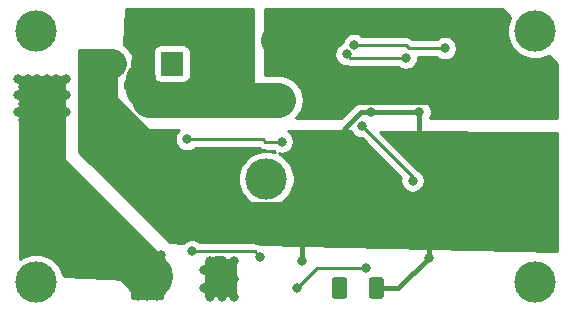
<source format=gbr>
%TF.GenerationSoftware,KiCad,Pcbnew,(5.1.9-0-10_14)*%
%TF.CreationDate,2021-02-28T00:37:48+08:00*%
%TF.ProjectId,xhp70-driver,78687037-302d-4647-9269-7665722e6b69,rev?*%
%TF.SameCoordinates,Original*%
%TF.FileFunction,Copper,L2,Bot*%
%TF.FilePolarity,Positive*%
%FSLAX46Y46*%
G04 Gerber Fmt 4.6, Leading zero omitted, Abs format (unit mm)*
G04 Created by KiCad (PCBNEW (5.1.9-0-10_14)) date 2021-02-28 00:37:48*
%MOMM*%
%LPD*%
G01*
G04 APERTURE LIST*
%TA.AperFunction,ComponentPad*%
%ADD10C,3.500000*%
%TD*%
%TA.AperFunction,ComponentPad*%
%ADD11O,1.905000X2.000000*%
%TD*%
%TA.AperFunction,ComponentPad*%
%ADD12R,1.905000X2.000000*%
%TD*%
%TA.AperFunction,ComponentPad*%
%ADD13O,2.000000X2.000000*%
%TD*%
%TA.AperFunction,ComponentPad*%
%ADD14R,2.000000X2.000000*%
%TD*%
%TA.AperFunction,ViaPad*%
%ADD15C,0.800000*%
%TD*%
%TA.AperFunction,Conductor*%
%ADD16C,3.000000*%
%TD*%
%TA.AperFunction,Conductor*%
%ADD17C,0.400000*%
%TD*%
%TA.AperFunction,Conductor*%
%ADD18C,2.500000*%
%TD*%
%TA.AperFunction,Conductor*%
%ADD19C,4.000000*%
%TD*%
%TA.AperFunction,Conductor*%
%ADD20C,0.250000*%
%TD*%
%TA.AperFunction,Conductor*%
%ADD21C,0.254000*%
%TD*%
%TA.AperFunction,Conductor*%
%ADD22C,0.100000*%
%TD*%
G04 APERTURE END LIST*
D10*
%TO.P,H3,1*%
%TO.N,N/C*%
X156750000Y-74500000D03*
%TD*%
D11*
%TO.P,Q1,3*%
%TO.N,GND*%
X120920000Y-56000000D03*
%TO.P,Q1,2*%
%TO.N,Net-(D1-Pad2)*%
X123460000Y-56000000D03*
D12*
%TO.P,Q1,1*%
%TO.N,Net-(Q1-Pad1)*%
X126000000Y-56000000D03*
%TD*%
D13*
%TO.P,D1,2*%
%TO.N,Net-(D1-Pad2)*%
X135000000Y-59080000D03*
D14*
%TO.P,D1,1*%
%TO.N,Batt+*%
X135000000Y-54000000D03*
%TD*%
%TO.P,R2,2*%
%TO.N,Net-(C3-Pad2)*%
%TA.AperFunction,SMDPad,CuDef*%
G36*
G01*
X124687500Y-72574999D02*
X124687500Y-75425001D01*
G75*
G02*
X124437501Y-75675000I-249999J0D01*
G01*
X123712499Y-75675000D01*
G75*
G02*
X123462500Y-75425001I0J249999D01*
G01*
X123462500Y-72574999D01*
G75*
G02*
X123712499Y-72325000I249999J0D01*
G01*
X124437501Y-72325000D01*
G75*
G02*
X124687500Y-72574999I0J-249999D01*
G01*
G37*
%TD.AperFunction*%
%TO.P,R2,1*%
%TO.N,Batt+*%
%TA.AperFunction,SMDPad,CuDef*%
G36*
G01*
X130612500Y-72574999D02*
X130612500Y-75425001D01*
G75*
G02*
X130362501Y-75675000I-249999J0D01*
G01*
X129637499Y-75675000D01*
G75*
G02*
X129387500Y-75425001I0J249999D01*
G01*
X129387500Y-72574999D01*
G75*
G02*
X129637499Y-72325000I249999J0D01*
G01*
X130362501Y-72325000D01*
G75*
G02*
X130612500Y-72574999I0J-249999D01*
G01*
G37*
%TD.AperFunction*%
%TD*%
%TO.P,C1,2*%
%TO.N,GND*%
%TA.AperFunction,SMDPad,CuDef*%
G36*
G01*
X142650000Y-75650002D02*
X142650000Y-74349998D01*
G75*
G02*
X142899998Y-74100000I249998J0D01*
G01*
X143725002Y-74100000D01*
G75*
G02*
X143975000Y-74349998I0J-249998D01*
G01*
X143975000Y-75650002D01*
G75*
G02*
X143725002Y-75900000I-249998J0D01*
G01*
X142899998Y-75900000D01*
G75*
G02*
X142650000Y-75650002I0J249998D01*
G01*
G37*
%TD.AperFunction*%
%TO.P,C1,1*%
%TO.N,Batt+*%
%TA.AperFunction,SMDPad,CuDef*%
G36*
G01*
X139525000Y-75650002D02*
X139525000Y-74349998D01*
G75*
G02*
X139774998Y-74100000I249998J0D01*
G01*
X140600002Y-74100000D01*
G75*
G02*
X140850000Y-74349998I0J-249998D01*
G01*
X140850000Y-75650002D01*
G75*
G02*
X140600002Y-75900000I-249998J0D01*
G01*
X139774998Y-75900000D01*
G75*
G02*
X139525000Y-75650002I0J249998D01*
G01*
G37*
%TD.AperFunction*%
%TD*%
D10*
%TO.P,H1,1*%
%TO.N,N/C*%
X114500000Y-53250000D03*
%TD*%
%TO.P,H5,1*%
%TO.N,N/C*%
X134000000Y-65750000D03*
%TD*%
%TO.P,H4,1*%
%TO.N,N/C*%
X156750000Y-53250000D03*
%TD*%
%TO.P,H2,1*%
%TO.N,N/C*%
X114500000Y-74500000D03*
%TD*%
D15*
%TO.N,GND*%
X137000000Y-72700000D03*
X158000000Y-63500000D03*
X157000000Y-63500000D03*
X156000000Y-63500000D03*
X155000000Y-63500000D03*
X155000000Y-64500000D03*
X156000000Y-64500000D03*
X157000000Y-64500000D03*
X158000000Y-64500000D03*
X156000000Y-66500000D03*
X157000000Y-66500000D03*
X158000000Y-66500000D03*
X155000000Y-66500000D03*
X155000000Y-65500000D03*
X156000000Y-65500000D03*
X158000000Y-65500000D03*
X157000000Y-65500000D03*
X147750000Y-72425000D03*
X140900000Y-68000000D03*
X141700000Y-68000000D03*
X142500000Y-68000000D03*
X143300000Y-68000000D03*
X140900000Y-68800000D03*
X141700000Y-68800000D03*
X142500000Y-68800000D03*
X143300000Y-68800000D03*
X143300000Y-69600000D03*
X142500000Y-69600000D03*
X141700000Y-69600000D03*
X140900000Y-69600000D03*
X140900000Y-70400000D03*
X141700000Y-70400000D03*
X142500000Y-70400000D03*
X143300000Y-70400000D03*
X139350000Y-63500000D03*
X142838803Y-60100000D03*
X146950000Y-60100000D03*
X146375000Y-63500000D03*
X151000000Y-70500000D03*
X143312500Y-75000000D03*
%TO.N,Net-(C3-Pad2)*%
X122700000Y-72200000D03*
X123500000Y-72200000D03*
X124300000Y-72200000D03*
X125100000Y-72200000D03*
X124700000Y-72900000D03*
X123900000Y-72900000D03*
X123100000Y-72900000D03*
X125100000Y-73600000D03*
X122700000Y-73600000D03*
X124300000Y-73600000D03*
X123500000Y-73600000D03*
X123900000Y-74300000D03*
X123100000Y-74300000D03*
X124700000Y-74300000D03*
X125100000Y-75000000D03*
X123900000Y-75700000D03*
X123100000Y-75700000D03*
X124700000Y-75700000D03*
X123500000Y-75000000D03*
X124300000Y-75000000D03*
X122700000Y-75000000D03*
X113000000Y-57300000D03*
X142400000Y-73300000D03*
X136562500Y-75000000D03*
X136562500Y-75000000D03*
X113800000Y-57300000D03*
X114600000Y-57300000D03*
X115400000Y-57300000D03*
X116200000Y-57300000D03*
X116600000Y-58000000D03*
X115000000Y-58000000D03*
X114200000Y-58000000D03*
X115800000Y-58000000D03*
X113400000Y-58000000D03*
X117000000Y-57300000D03*
X116200000Y-58700000D03*
X116600000Y-59400000D03*
X114200000Y-59400000D03*
X114600000Y-58700000D03*
X115000000Y-59400000D03*
X113400000Y-59400000D03*
X115800000Y-59400000D03*
X117000000Y-58700000D03*
X113800000Y-58700000D03*
X115400000Y-58700000D03*
X113000000Y-58700000D03*
X115800000Y-60800000D03*
X113000000Y-60100000D03*
X115400000Y-60100000D03*
X114200000Y-60800000D03*
X116600000Y-60800000D03*
X115000000Y-60800000D03*
X113800000Y-60100000D03*
X117000000Y-60100000D03*
X116200000Y-60100000D03*
X114600000Y-60100000D03*
X113400000Y-60800000D03*
%TO.N,Net-(Q1-Pad1)*%
X127300000Y-62400000D03*
X135300000Y-62600000D03*
%TO.N,Batt+*%
X158000000Y-59000000D03*
X158000000Y-60000000D03*
X157000000Y-60000000D03*
X157000000Y-59000000D03*
X156000000Y-59000000D03*
X156000000Y-60000000D03*
X155000000Y-60000000D03*
X155000000Y-59000000D03*
X155000000Y-58000000D03*
X156000000Y-58000000D03*
X157000000Y-58000000D03*
X158000000Y-58000000D03*
X158000000Y-57000000D03*
X157000000Y-57000000D03*
X156000000Y-57000000D03*
X155000000Y-57000000D03*
X129250000Y-72750000D03*
X130250000Y-72750000D03*
X131250000Y-72750000D03*
X130750000Y-73500000D03*
X129750000Y-73500000D03*
X128750000Y-73500000D03*
X131250000Y-74250000D03*
X129250000Y-74250000D03*
X130250000Y-74250000D03*
X129250000Y-75750000D03*
X130250000Y-75750000D03*
X131250000Y-75750000D03*
X130750000Y-75000000D03*
X128750000Y-75000000D03*
X129750000Y-75000000D03*
X144000000Y-58000000D03*
X140193750Y-74993750D03*
%TO.N,Net-(J2-Pad3)*%
X141440186Y-54431777D03*
X149100000Y-54700000D03*
%TO.N,Net-(J2-Pad2)*%
X145800000Y-55500000D03*
X140800000Y-55200000D03*
%TO.N,PWM*%
X142100000Y-61300000D03*
X146387347Y-65912653D03*
%TO.N,Net-(C3-Pad1)*%
X133500000Y-72400000D03*
X127700000Y-71900000D03*
%TD*%
D16*
%TO.N,GND*%
X129662002Y-69200001D02*
X120147489Y-59685488D01*
X155000000Y-64500000D02*
X150299999Y-69200001D01*
D17*
X137000000Y-69700002D02*
X137500001Y-69200001D01*
X137000000Y-72700000D02*
X137000000Y-69700002D01*
D16*
X137500001Y-69200001D02*
X129662002Y-69200001D01*
D17*
X145175000Y-75000000D02*
X147750000Y-72425000D01*
X143312500Y-75000000D02*
X143312500Y-75000000D01*
X147750000Y-70550000D02*
X149099999Y-69200001D01*
X147750000Y-72425000D02*
X147750000Y-70550000D01*
D16*
X150299999Y-69200001D02*
X149099999Y-69200001D01*
X149099999Y-69200001D02*
X145300001Y-69200001D01*
X145300001Y-69200001D02*
X137500001Y-69200001D01*
D17*
X139350000Y-62775000D02*
X142025000Y-60100000D01*
X142025000Y-60100000D02*
X142838803Y-60100000D01*
X139350000Y-63500000D02*
X139350000Y-62775000D01*
X142838803Y-60100000D02*
X146950000Y-60100000D01*
X146950000Y-62925000D02*
X146375000Y-63500000D01*
X146950000Y-60100000D02*
X146950000Y-62925000D01*
D18*
X120920000Y-56000000D02*
X120250000Y-56000000D01*
X120147489Y-56102511D02*
X120147489Y-59685488D01*
X120250000Y-56000000D02*
X120147489Y-56102511D01*
D17*
X143312500Y-75000000D02*
X145175000Y-75000000D01*
D19*
%TO.N,Net-(C3-Pad2)*%
X115000000Y-64925000D02*
X115000000Y-59000000D01*
X124075000Y-74000000D02*
X115000000Y-64925000D01*
D20*
X138262500Y-73300000D02*
X136562500Y-75000000D01*
X142400000Y-73300000D02*
X138262500Y-73300000D01*
D18*
%TO.N,Net-(D1-Pad2)*%
X123347499Y-57250000D02*
X123347499Y-57371216D01*
X123347499Y-58360001D02*
X123347499Y-57250000D01*
X124067498Y-59080000D02*
X123347499Y-58360001D01*
D16*
X135000000Y-59080000D02*
X124067498Y-59080000D01*
D20*
%TO.N,Net-(Q1-Pad1)*%
X133921002Y-62600000D02*
X135300000Y-62600000D01*
X133721002Y-62400000D02*
X133921002Y-62600000D01*
X127300000Y-62400000D02*
X133721002Y-62400000D01*
D16*
%TO.N,Batt+*%
X139000000Y-58000000D02*
X135000000Y-54000000D01*
X144000000Y-58000000D02*
X139000000Y-58000000D01*
X155000000Y-58000000D02*
X144000000Y-58000000D01*
D20*
%TO.N,Net-(J2-Pad3)*%
X145804779Y-54431777D02*
X146073002Y-54700000D01*
X141440186Y-54431777D02*
X145804779Y-54431777D01*
X146073002Y-54700000D02*
X149100000Y-54700000D01*
%TO.N,Net-(J2-Pad2)*%
X141100000Y-55500000D02*
X140800000Y-55200000D01*
X145800000Y-55500000D02*
X141100000Y-55500000D01*
%TO.N,PWM*%
X146387347Y-65587347D02*
X146387347Y-65912653D01*
X142100000Y-61300000D02*
X146387347Y-65587347D01*
%TO.N,Net-(C3-Pad1)*%
X133000000Y-71900000D02*
X127700000Y-71900000D01*
X133500000Y-72400000D02*
X133000000Y-71900000D01*
%TD*%
D21*
%TO.N,GND*%
X158373000Y-66841427D02*
X154627000Y-66841427D01*
X154627000Y-63095427D01*
X158373000Y-63095427D01*
X158373000Y-66841427D01*
%TA.AperFunction,Conductor*%
D22*
G36*
X158373000Y-66841427D02*
G01*
X154627000Y-66841427D01*
X154627000Y-63095427D01*
X158373000Y-63095427D01*
X158373000Y-66841427D01*
G37*
%TD.AperFunction*%
%TD*%
D21*
%TO.N,Batt+*%
X131373000Y-75623000D02*
X128877000Y-75623000D01*
X128877000Y-72660000D01*
X131373000Y-72660000D01*
X131373000Y-75623000D01*
%TA.AperFunction,Conductor*%
D22*
G36*
X131373000Y-75623000D02*
G01*
X128877000Y-75623000D01*
X128877000Y-72660000D01*
X131373000Y-72660000D01*
X131373000Y-75623000D01*
G37*
%TD.AperFunction*%
%TD*%
D21*
%TO.N,Net-(C3-Pad2)*%
X125123000Y-75873000D02*
X122627000Y-75873000D01*
X122627000Y-72127000D01*
X125123000Y-72127000D01*
X125123000Y-75873000D01*
%TA.AperFunction,Conductor*%
D22*
G36*
X125123000Y-75873000D02*
G01*
X122627000Y-75873000D01*
X122627000Y-72127000D01*
X125123000Y-72127000D01*
X125123000Y-75873000D01*
G37*
%TD.AperFunction*%
%TD*%
D21*
%TO.N,Batt+*%
X154658163Y-52087769D02*
X154636440Y-52120279D01*
X154456654Y-52554321D01*
X154365000Y-53015098D01*
X154365000Y-53484902D01*
X154456654Y-53945679D01*
X154636440Y-54379721D01*
X154897450Y-54770349D01*
X155229651Y-55102550D01*
X155620279Y-55363560D01*
X156054321Y-55543346D01*
X156515098Y-55635000D01*
X156984902Y-55635000D01*
X157445679Y-55543346D01*
X157879721Y-55363560D01*
X157912231Y-55341837D01*
X158591627Y-56021233D01*
X158594327Y-60623000D01*
X147845326Y-60623000D01*
X147867205Y-60590256D01*
X147945226Y-60401898D01*
X147985000Y-60201939D01*
X147985000Y-59998061D01*
X147945226Y-59798102D01*
X147867205Y-59609744D01*
X147753937Y-59440226D01*
X147609774Y-59296063D01*
X147440256Y-59182795D01*
X147251898Y-59104774D01*
X147051939Y-59065000D01*
X146848061Y-59065000D01*
X146648102Y-59104774D01*
X146459744Y-59182795D01*
X146336715Y-59265000D01*
X143452088Y-59265000D01*
X143329059Y-59182795D01*
X143140701Y-59104774D01*
X142940742Y-59065000D01*
X142736864Y-59065000D01*
X142536905Y-59104774D01*
X142348547Y-59182795D01*
X142225518Y-59265000D01*
X142066007Y-59265000D01*
X142024999Y-59260961D01*
X141983991Y-59265000D01*
X141983981Y-59265000D01*
X141861311Y-59277082D01*
X141703913Y-59324828D01*
X141558854Y-59402364D01*
X141431709Y-59506709D01*
X141405559Y-59538573D01*
X140321132Y-60623000D01*
X136485268Y-60623000D01*
X136516977Y-60596977D01*
X136783777Y-60271881D01*
X136982026Y-59900982D01*
X137104108Y-59498533D01*
X137145330Y-59080000D01*
X137104108Y-58661467D01*
X136982026Y-58259018D01*
X136783777Y-57888119D01*
X136516977Y-57563023D01*
X136191881Y-57296223D01*
X135820982Y-57097974D01*
X135418533Y-56975892D01*
X135104882Y-56945000D01*
X133877000Y-56945000D01*
X133877000Y-55098061D01*
X139765000Y-55098061D01*
X139765000Y-55301939D01*
X139804774Y-55501898D01*
X139882795Y-55690256D01*
X139996063Y-55859774D01*
X140140226Y-56003937D01*
X140309744Y-56117205D01*
X140498102Y-56195226D01*
X140698061Y-56235000D01*
X140901939Y-56235000D01*
X140903698Y-56234650D01*
X140951014Y-56249003D01*
X141062667Y-56260000D01*
X141062676Y-56260000D01*
X141099999Y-56263676D01*
X141137322Y-56260000D01*
X145096289Y-56260000D01*
X145140226Y-56303937D01*
X145309744Y-56417205D01*
X145498102Y-56495226D01*
X145698061Y-56535000D01*
X145901939Y-56535000D01*
X146101898Y-56495226D01*
X146290256Y-56417205D01*
X146459774Y-56303937D01*
X146603937Y-56159774D01*
X146717205Y-55990256D01*
X146795226Y-55801898D01*
X146835000Y-55601939D01*
X146835000Y-55460000D01*
X148396289Y-55460000D01*
X148440226Y-55503937D01*
X148609744Y-55617205D01*
X148798102Y-55695226D01*
X148998061Y-55735000D01*
X149201939Y-55735000D01*
X149401898Y-55695226D01*
X149590256Y-55617205D01*
X149759774Y-55503937D01*
X149903937Y-55359774D01*
X150017205Y-55190256D01*
X150095226Y-55001898D01*
X150135000Y-54801939D01*
X150135000Y-54598061D01*
X150095226Y-54398102D01*
X150017205Y-54209744D01*
X149903937Y-54040226D01*
X149759774Y-53896063D01*
X149590256Y-53782795D01*
X149401898Y-53704774D01*
X149201939Y-53665000D01*
X148998061Y-53665000D01*
X148798102Y-53704774D01*
X148609744Y-53782795D01*
X148440226Y-53896063D01*
X148396289Y-53940000D01*
X146387803Y-53940000D01*
X146368583Y-53920780D01*
X146344780Y-53891776D01*
X146229055Y-53796803D01*
X146097026Y-53726231D01*
X145953765Y-53682774D01*
X145842112Y-53671777D01*
X145842101Y-53671777D01*
X145804779Y-53668101D01*
X145767457Y-53671777D01*
X142143897Y-53671777D01*
X142099960Y-53627840D01*
X141930442Y-53514572D01*
X141742084Y-53436551D01*
X141542125Y-53396777D01*
X141338247Y-53396777D01*
X141138288Y-53436551D01*
X140949930Y-53514572D01*
X140780412Y-53627840D01*
X140636249Y-53772003D01*
X140522981Y-53941521D01*
X140444960Y-54129879D01*
X140423953Y-54235488D01*
X140309744Y-54282795D01*
X140140226Y-54396063D01*
X139996063Y-54540226D01*
X139882795Y-54709744D01*
X139804774Y-54898102D01*
X139765000Y-55098061D01*
X133877000Y-55098061D01*
X133877000Y-51410000D01*
X153980394Y-51410000D01*
X154658163Y-52087769D01*
%TA.AperFunction,Conductor*%
D22*
G36*
X154658163Y-52087769D02*
G01*
X154636440Y-52120279D01*
X154456654Y-52554321D01*
X154365000Y-53015098D01*
X154365000Y-53484902D01*
X154456654Y-53945679D01*
X154636440Y-54379721D01*
X154897450Y-54770349D01*
X155229651Y-55102550D01*
X155620279Y-55363560D01*
X156054321Y-55543346D01*
X156515098Y-55635000D01*
X156984902Y-55635000D01*
X157445679Y-55543346D01*
X157879721Y-55363560D01*
X157912231Y-55341837D01*
X158591627Y-56021233D01*
X158594327Y-60623000D01*
X147845326Y-60623000D01*
X147867205Y-60590256D01*
X147945226Y-60401898D01*
X147985000Y-60201939D01*
X147985000Y-59998061D01*
X147945226Y-59798102D01*
X147867205Y-59609744D01*
X147753937Y-59440226D01*
X147609774Y-59296063D01*
X147440256Y-59182795D01*
X147251898Y-59104774D01*
X147051939Y-59065000D01*
X146848061Y-59065000D01*
X146648102Y-59104774D01*
X146459744Y-59182795D01*
X146336715Y-59265000D01*
X143452088Y-59265000D01*
X143329059Y-59182795D01*
X143140701Y-59104774D01*
X142940742Y-59065000D01*
X142736864Y-59065000D01*
X142536905Y-59104774D01*
X142348547Y-59182795D01*
X142225518Y-59265000D01*
X142066007Y-59265000D01*
X142024999Y-59260961D01*
X141983991Y-59265000D01*
X141983981Y-59265000D01*
X141861311Y-59277082D01*
X141703913Y-59324828D01*
X141558854Y-59402364D01*
X141431709Y-59506709D01*
X141405559Y-59538573D01*
X140321132Y-60623000D01*
X136485268Y-60623000D01*
X136516977Y-60596977D01*
X136783777Y-60271881D01*
X136982026Y-59900982D01*
X137104108Y-59498533D01*
X137145330Y-59080000D01*
X137104108Y-58661467D01*
X136982026Y-58259018D01*
X136783777Y-57888119D01*
X136516977Y-57563023D01*
X136191881Y-57296223D01*
X135820982Y-57097974D01*
X135418533Y-56975892D01*
X135104882Y-56945000D01*
X133877000Y-56945000D01*
X133877000Y-55098061D01*
X139765000Y-55098061D01*
X139765000Y-55301939D01*
X139804774Y-55501898D01*
X139882795Y-55690256D01*
X139996063Y-55859774D01*
X140140226Y-56003937D01*
X140309744Y-56117205D01*
X140498102Y-56195226D01*
X140698061Y-56235000D01*
X140901939Y-56235000D01*
X140903698Y-56234650D01*
X140951014Y-56249003D01*
X141062667Y-56260000D01*
X141062676Y-56260000D01*
X141099999Y-56263676D01*
X141137322Y-56260000D01*
X145096289Y-56260000D01*
X145140226Y-56303937D01*
X145309744Y-56417205D01*
X145498102Y-56495226D01*
X145698061Y-56535000D01*
X145901939Y-56535000D01*
X146101898Y-56495226D01*
X146290256Y-56417205D01*
X146459774Y-56303937D01*
X146603937Y-56159774D01*
X146717205Y-55990256D01*
X146795226Y-55801898D01*
X146835000Y-55601939D01*
X146835000Y-55460000D01*
X148396289Y-55460000D01*
X148440226Y-55503937D01*
X148609744Y-55617205D01*
X148798102Y-55695226D01*
X148998061Y-55735000D01*
X149201939Y-55735000D01*
X149401898Y-55695226D01*
X149590256Y-55617205D01*
X149759774Y-55503937D01*
X149903937Y-55359774D01*
X150017205Y-55190256D01*
X150095226Y-55001898D01*
X150135000Y-54801939D01*
X150135000Y-54598061D01*
X150095226Y-54398102D01*
X150017205Y-54209744D01*
X149903937Y-54040226D01*
X149759774Y-53896063D01*
X149590256Y-53782795D01*
X149401898Y-53704774D01*
X149201939Y-53665000D01*
X148998061Y-53665000D01*
X148798102Y-53704774D01*
X148609744Y-53782795D01*
X148440226Y-53896063D01*
X148396289Y-53940000D01*
X146387803Y-53940000D01*
X146368583Y-53920780D01*
X146344780Y-53891776D01*
X146229055Y-53796803D01*
X146097026Y-53726231D01*
X145953765Y-53682774D01*
X145842112Y-53671777D01*
X145842101Y-53671777D01*
X145804779Y-53668101D01*
X145767457Y-53671777D01*
X142143897Y-53671777D01*
X142099960Y-53627840D01*
X141930442Y-53514572D01*
X141742084Y-53436551D01*
X141542125Y-53396777D01*
X141338247Y-53396777D01*
X141138288Y-53436551D01*
X140949930Y-53514572D01*
X140780412Y-53627840D01*
X140636249Y-53772003D01*
X140522981Y-53941521D01*
X140444960Y-54129879D01*
X140423953Y-54235488D01*
X140309744Y-54282795D01*
X140140226Y-54396063D01*
X139996063Y-54540226D01*
X139882795Y-54709744D01*
X139804774Y-54898102D01*
X139765000Y-55098061D01*
X133877000Y-55098061D01*
X133877000Y-51410000D01*
X153980394Y-51410000D01*
X154658163Y-52087769D01*
G37*
%TD.AperFunction*%
%TD*%
D21*
%TO.N,Net-(D1-Pad2)*%
X132873000Y-53813903D02*
X132854671Y-54000000D01*
X132873000Y-54186097D01*
X132873000Y-60373000D01*
X123854346Y-60373000D01*
X123071613Y-59590267D01*
X122032489Y-57957358D01*
X122032489Y-57525521D01*
X122259345Y-57339345D01*
X122494903Y-57052317D01*
X122669939Y-56724848D01*
X122777725Y-56369524D01*
X122814120Y-56000000D01*
X122777725Y-55630476D01*
X122669939Y-55275152D01*
X122522868Y-55000000D01*
X124409428Y-55000000D01*
X124409428Y-57000000D01*
X124421688Y-57124482D01*
X124457998Y-57244180D01*
X124516963Y-57354494D01*
X124596315Y-57451185D01*
X124693006Y-57530537D01*
X124803320Y-57589502D01*
X124923018Y-57625812D01*
X125047500Y-57638072D01*
X126952500Y-57638072D01*
X127076982Y-57625812D01*
X127196680Y-57589502D01*
X127306994Y-57530537D01*
X127403685Y-57451185D01*
X127483037Y-57354494D01*
X127542002Y-57244180D01*
X127578312Y-57124482D01*
X127590572Y-57000000D01*
X127590572Y-55000000D01*
X127578312Y-54875518D01*
X127542002Y-54755820D01*
X127483037Y-54645506D01*
X127403685Y-54548815D01*
X127306994Y-54469463D01*
X127196680Y-54410498D01*
X127076982Y-54374188D01*
X126952500Y-54361928D01*
X125047500Y-54361928D01*
X124923018Y-54374188D01*
X124803320Y-54410498D01*
X124693006Y-54469463D01*
X124596315Y-54548815D01*
X124516963Y-54645506D01*
X124457998Y-54755820D01*
X124421688Y-54875518D01*
X124409428Y-55000000D01*
X122522868Y-55000000D01*
X122494903Y-54947683D01*
X122259345Y-54660655D01*
X121984011Y-54434694D01*
X122081582Y-51410000D01*
X132873000Y-51410000D01*
X132873000Y-53813903D01*
%TA.AperFunction,Conductor*%
D22*
G36*
X132873000Y-53813903D02*
G01*
X132854671Y-54000000D01*
X132873000Y-54186097D01*
X132873000Y-60373000D01*
X123854346Y-60373000D01*
X123071613Y-59590267D01*
X122032489Y-57957358D01*
X122032489Y-57525521D01*
X122259345Y-57339345D01*
X122494903Y-57052317D01*
X122669939Y-56724848D01*
X122777725Y-56369524D01*
X122814120Y-56000000D01*
X122777725Y-55630476D01*
X122669939Y-55275152D01*
X122522868Y-55000000D01*
X124409428Y-55000000D01*
X124409428Y-57000000D01*
X124421688Y-57124482D01*
X124457998Y-57244180D01*
X124516963Y-57354494D01*
X124596315Y-57451185D01*
X124693006Y-57530537D01*
X124803320Y-57589502D01*
X124923018Y-57625812D01*
X125047500Y-57638072D01*
X126952500Y-57638072D01*
X127076982Y-57625812D01*
X127196680Y-57589502D01*
X127306994Y-57530537D01*
X127403685Y-57451185D01*
X127483037Y-57354494D01*
X127542002Y-57244180D01*
X127578312Y-57124482D01*
X127590572Y-57000000D01*
X127590572Y-55000000D01*
X127578312Y-54875518D01*
X127542002Y-54755820D01*
X127483037Y-54645506D01*
X127403685Y-54548815D01*
X127306994Y-54469463D01*
X127196680Y-54410498D01*
X127076982Y-54374188D01*
X126952500Y-54361928D01*
X125047500Y-54361928D01*
X124923018Y-54374188D01*
X124803320Y-54410498D01*
X124693006Y-54469463D01*
X124596315Y-54548815D01*
X124516963Y-54645506D01*
X124457998Y-54755820D01*
X124421688Y-54875518D01*
X124409428Y-55000000D01*
X122522868Y-55000000D01*
X122494903Y-54947683D01*
X122259345Y-54660655D01*
X121984011Y-54434694D01*
X122081582Y-51410000D01*
X132873000Y-51410000D01*
X132873000Y-53813903D01*
G37*
%TD.AperFunction*%
%TD*%
D21*
%TO.N,GND*%
X121373477Y-60511002D02*
X121378055Y-60535474D01*
X121387319Y-60558583D01*
X121400913Y-60579440D01*
X121418315Y-60597245D01*
X121448420Y-60616054D01*
X123698420Y-61616054D01*
X123722053Y-61623887D01*
X123749099Y-61626997D01*
X126589150Y-61647139D01*
X126496063Y-61740226D01*
X126382795Y-61909744D01*
X126304774Y-62098102D01*
X126265000Y-62298061D01*
X126265000Y-62501939D01*
X126304774Y-62701898D01*
X126382795Y-62890256D01*
X126496063Y-63059774D01*
X126640226Y-63203937D01*
X126809744Y-63317205D01*
X126998102Y-63395226D01*
X127198061Y-63435000D01*
X127401939Y-63435000D01*
X127601898Y-63395226D01*
X127790256Y-63317205D01*
X127959774Y-63203937D01*
X128003711Y-63160000D01*
X133405370Y-63160000D01*
X133496726Y-63234974D01*
X133628755Y-63305546D01*
X133772016Y-63349003D01*
X133883669Y-63360000D01*
X133883677Y-63360000D01*
X133921002Y-63363676D01*
X133958327Y-63360000D01*
X134596289Y-63360000D01*
X134640226Y-63403937D01*
X134757359Y-63482203D01*
X134695679Y-63456654D01*
X134234902Y-63365000D01*
X133765098Y-63365000D01*
X133304321Y-63456654D01*
X132870279Y-63636440D01*
X132479651Y-63897450D01*
X132147450Y-64229651D01*
X131886440Y-64620279D01*
X131706654Y-65054321D01*
X131615000Y-65515098D01*
X131615000Y-65984902D01*
X131706654Y-66445679D01*
X131886440Y-66879721D01*
X132147450Y-67270349D01*
X132479651Y-67602550D01*
X132870279Y-67863560D01*
X133304321Y-68043346D01*
X133765098Y-68135000D01*
X134234902Y-68135000D01*
X134695679Y-68043346D01*
X135129721Y-67863560D01*
X135520349Y-67602550D01*
X135852550Y-67270349D01*
X136113560Y-66879721D01*
X136293346Y-66445679D01*
X136385000Y-65984902D01*
X136385000Y-65515098D01*
X136293346Y-65054321D01*
X136113560Y-64620279D01*
X135852550Y-64229651D01*
X135520349Y-63897450D01*
X135129721Y-63636440D01*
X135059896Y-63607517D01*
X135198061Y-63635000D01*
X135401939Y-63635000D01*
X135601898Y-63595226D01*
X135790256Y-63517205D01*
X135959774Y-63403937D01*
X136103937Y-63259774D01*
X136217205Y-63090256D01*
X136295226Y-62901898D01*
X136335000Y-62701939D01*
X136335000Y-62498061D01*
X136295226Y-62298102D01*
X136217205Y-62109744D01*
X136103937Y-61940226D01*
X135959774Y-61796063D01*
X135835031Y-61712713D01*
X141166337Y-61750524D01*
X141182795Y-61790256D01*
X141296063Y-61959774D01*
X141440226Y-62103937D01*
X141609744Y-62217205D01*
X141798102Y-62295226D01*
X141998061Y-62335000D01*
X142060199Y-62335000D01*
X145382802Y-65657604D01*
X145352347Y-65810714D01*
X145352347Y-66014592D01*
X145392121Y-66214551D01*
X145470142Y-66402909D01*
X145583410Y-66572427D01*
X145727573Y-66716590D01*
X145897091Y-66829858D01*
X146085449Y-66907879D01*
X146285408Y-66947653D01*
X146489286Y-66947653D01*
X146689245Y-66907879D01*
X146877603Y-66829858D01*
X147047121Y-66716590D01*
X147191284Y-66572427D01*
X147304552Y-66402909D01*
X147382573Y-66214551D01*
X147422347Y-66014592D01*
X147422347Y-65810714D01*
X147382573Y-65610755D01*
X147304552Y-65422397D01*
X147191284Y-65252879D01*
X147047121Y-65108716D01*
X146877603Y-64995448D01*
X146865051Y-64990249D01*
X143642889Y-61768088D01*
X158595061Y-61874132D01*
X158600922Y-71863966D01*
X133463174Y-71296949D01*
X133424276Y-71265026D01*
X133292247Y-71194454D01*
X133148986Y-71150997D01*
X133037333Y-71140000D01*
X133037322Y-71140000D01*
X133000000Y-71136324D01*
X132962678Y-71140000D01*
X128403711Y-71140000D01*
X128359774Y-71096063D01*
X128190256Y-70982795D01*
X128001898Y-70904774D01*
X127801939Y-70865000D01*
X127598061Y-70865000D01*
X127398102Y-70904774D01*
X127209744Y-70982795D01*
X127040226Y-71096063D01*
X126985454Y-71150835D01*
X125803787Y-71124181D01*
X118127000Y-63447394D01*
X118127000Y-54877000D01*
X120883564Y-54877000D01*
X121373477Y-60511002D01*
%TA.AperFunction,Conductor*%
D22*
G36*
X121373477Y-60511002D02*
G01*
X121378055Y-60535474D01*
X121387319Y-60558583D01*
X121400913Y-60579440D01*
X121418315Y-60597245D01*
X121448420Y-60616054D01*
X123698420Y-61616054D01*
X123722053Y-61623887D01*
X123749099Y-61626997D01*
X126589150Y-61647139D01*
X126496063Y-61740226D01*
X126382795Y-61909744D01*
X126304774Y-62098102D01*
X126265000Y-62298061D01*
X126265000Y-62501939D01*
X126304774Y-62701898D01*
X126382795Y-62890256D01*
X126496063Y-63059774D01*
X126640226Y-63203937D01*
X126809744Y-63317205D01*
X126998102Y-63395226D01*
X127198061Y-63435000D01*
X127401939Y-63435000D01*
X127601898Y-63395226D01*
X127790256Y-63317205D01*
X127959774Y-63203937D01*
X128003711Y-63160000D01*
X133405370Y-63160000D01*
X133496726Y-63234974D01*
X133628755Y-63305546D01*
X133772016Y-63349003D01*
X133883669Y-63360000D01*
X133883677Y-63360000D01*
X133921002Y-63363676D01*
X133958327Y-63360000D01*
X134596289Y-63360000D01*
X134640226Y-63403937D01*
X134757359Y-63482203D01*
X134695679Y-63456654D01*
X134234902Y-63365000D01*
X133765098Y-63365000D01*
X133304321Y-63456654D01*
X132870279Y-63636440D01*
X132479651Y-63897450D01*
X132147450Y-64229651D01*
X131886440Y-64620279D01*
X131706654Y-65054321D01*
X131615000Y-65515098D01*
X131615000Y-65984902D01*
X131706654Y-66445679D01*
X131886440Y-66879721D01*
X132147450Y-67270349D01*
X132479651Y-67602550D01*
X132870279Y-67863560D01*
X133304321Y-68043346D01*
X133765098Y-68135000D01*
X134234902Y-68135000D01*
X134695679Y-68043346D01*
X135129721Y-67863560D01*
X135520349Y-67602550D01*
X135852550Y-67270349D01*
X136113560Y-66879721D01*
X136293346Y-66445679D01*
X136385000Y-65984902D01*
X136385000Y-65515098D01*
X136293346Y-65054321D01*
X136113560Y-64620279D01*
X135852550Y-64229651D01*
X135520349Y-63897450D01*
X135129721Y-63636440D01*
X135059896Y-63607517D01*
X135198061Y-63635000D01*
X135401939Y-63635000D01*
X135601898Y-63595226D01*
X135790256Y-63517205D01*
X135959774Y-63403937D01*
X136103937Y-63259774D01*
X136217205Y-63090256D01*
X136295226Y-62901898D01*
X136335000Y-62701939D01*
X136335000Y-62498061D01*
X136295226Y-62298102D01*
X136217205Y-62109744D01*
X136103937Y-61940226D01*
X135959774Y-61796063D01*
X135835031Y-61712713D01*
X141166337Y-61750524D01*
X141182795Y-61790256D01*
X141296063Y-61959774D01*
X141440226Y-62103937D01*
X141609744Y-62217205D01*
X141798102Y-62295226D01*
X141998061Y-62335000D01*
X142060199Y-62335000D01*
X145382802Y-65657604D01*
X145352347Y-65810714D01*
X145352347Y-66014592D01*
X145392121Y-66214551D01*
X145470142Y-66402909D01*
X145583410Y-66572427D01*
X145727573Y-66716590D01*
X145897091Y-66829858D01*
X146085449Y-66907879D01*
X146285408Y-66947653D01*
X146489286Y-66947653D01*
X146689245Y-66907879D01*
X146877603Y-66829858D01*
X147047121Y-66716590D01*
X147191284Y-66572427D01*
X147304552Y-66402909D01*
X147382573Y-66214551D01*
X147422347Y-66014592D01*
X147422347Y-65810714D01*
X147382573Y-65610755D01*
X147304552Y-65422397D01*
X147191284Y-65252879D01*
X147047121Y-65108716D01*
X146877603Y-64995448D01*
X146865051Y-64990249D01*
X143642889Y-61768088D01*
X158595061Y-61874132D01*
X158600922Y-71863966D01*
X133463174Y-71296949D01*
X133424276Y-71265026D01*
X133292247Y-71194454D01*
X133148986Y-71150997D01*
X133037333Y-71140000D01*
X133037322Y-71140000D01*
X133000000Y-71136324D01*
X132962678Y-71140000D01*
X128403711Y-71140000D01*
X128359774Y-71096063D01*
X128190256Y-70982795D01*
X128001898Y-70904774D01*
X127801939Y-70865000D01*
X127598061Y-70865000D01*
X127398102Y-70904774D01*
X127209744Y-70982795D01*
X127040226Y-71096063D01*
X126985454Y-71150835D01*
X125803787Y-71124181D01*
X118127000Y-63447394D01*
X118127000Y-54877000D01*
X120883564Y-54877000D01*
X121373477Y-60511002D01*
G37*
%TD.AperFunction*%
%TD*%
D21*
%TO.N,Net-(C3-Pad2)*%
X116873000Y-58869311D02*
X116873000Y-64250000D01*
X116875440Y-64274776D01*
X116882667Y-64298601D01*
X116894403Y-64320557D01*
X116910197Y-64339803D01*
X125862136Y-73291742D01*
X125646714Y-74368852D01*
X116836917Y-74023370D01*
X116793346Y-73804321D01*
X116613560Y-73370279D01*
X116352550Y-72979651D01*
X116020349Y-72647450D01*
X115629721Y-72386440D01*
X115195679Y-72206654D01*
X114734902Y-72115000D01*
X114265098Y-72115000D01*
X113804321Y-72206654D01*
X113370279Y-72386440D01*
X113127000Y-72548994D01*
X113127000Y-58635186D01*
X116873000Y-58869311D01*
%TA.AperFunction,Conductor*%
D22*
G36*
X116873000Y-58869311D02*
G01*
X116873000Y-64250000D01*
X116875440Y-64274776D01*
X116882667Y-64298601D01*
X116894403Y-64320557D01*
X116910197Y-64339803D01*
X125862136Y-73291742D01*
X125646714Y-74368852D01*
X116836917Y-74023370D01*
X116793346Y-73804321D01*
X116613560Y-73370279D01*
X116352550Y-72979651D01*
X116020349Y-72647450D01*
X115629721Y-72386440D01*
X115195679Y-72206654D01*
X114734902Y-72115000D01*
X114265098Y-72115000D01*
X113804321Y-72206654D01*
X113370279Y-72386440D01*
X113127000Y-72548994D01*
X113127000Y-58635186D01*
X116873000Y-58869311D01*
G37*
%TD.AperFunction*%
%TD*%
D21*
%TO.N,Net-(C3-Pad2)*%
X116873000Y-60873000D02*
X113127000Y-60873000D01*
X113127000Y-57127000D01*
X116873000Y-57127000D01*
X116873000Y-60873000D01*
%TA.AperFunction,Conductor*%
D22*
G36*
X116873000Y-60873000D02*
G01*
X113127000Y-60873000D01*
X113127000Y-57127000D01*
X116873000Y-57127000D01*
X116873000Y-60873000D01*
G37*
%TD.AperFunction*%
%TD*%
M02*

</source>
